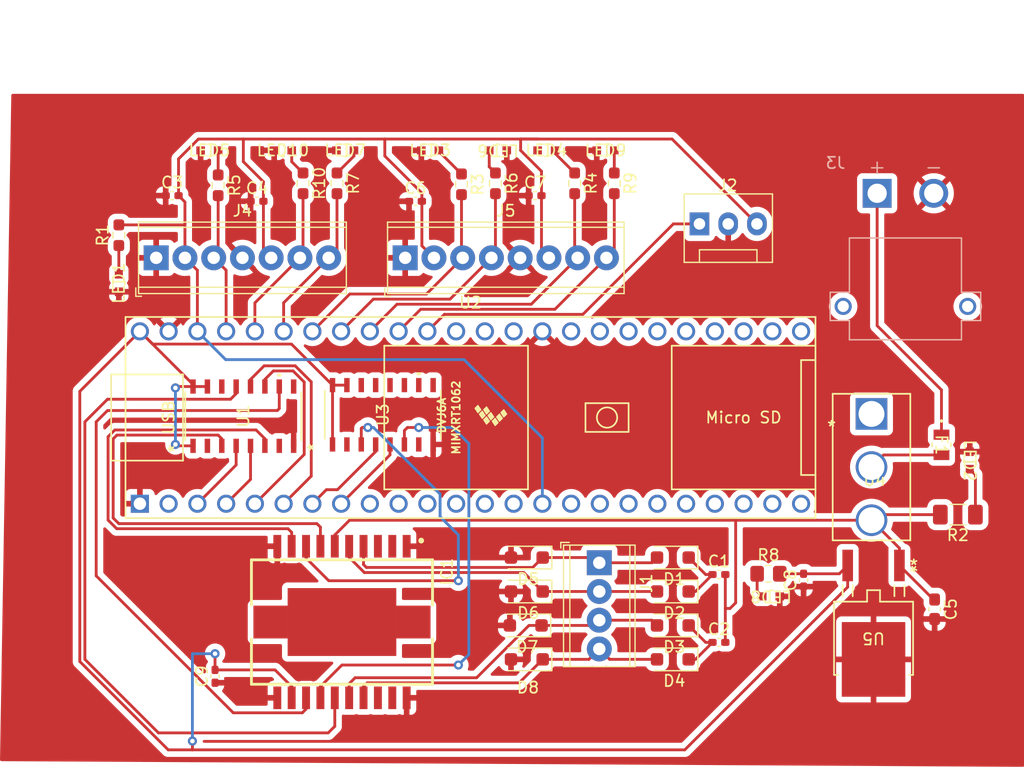
<source format=kicad_pcb>
(kicad_pcb (version 20221018) (generator pcbnew)
  (layers (0 "F.Cu" signal) (31 "B.Cu" signal) (34 "B.Paste" user) (35 "F.Paste" user) (36 "B.SilkS" user "B.Silkscreen") (37 "F.SilkS" user "F.Silkscreen") (38 "B.Mask" user) (39 "F.Mask" user) (44 "Edge.Cuts" user))
  (net 0 "")
  (net 1 "Net-(D1-K)")
  (net 2 "OUT 1")
  (net 3 "OUT 2")
  (net 4 "Net-(D3-K)")
  (net 5 "OUT 3")
  (net 6 "OUT 4")
  (net 7 "GND")
  (net 8 "Signal Start Module")
  (net 9 "+3.3V")
  (net 12 "7.4V Battery")
  (net 13 "Pin 1 (5v to MD)")
  (net 14 "Pin 5 (PWM for Speed 5v)")
  (net 15 "Pin 2 (5v to MD)")
  (net 16 "+5V")
  (net 17 "Pin 3 (5v to MD)")
  (net 18 "Pin 6 (PWM for Speed 5v)")
  (net 19 "Pin 4 (5v to MD)")
  (net 24 "Pin 1 (3.3v sig MD)")
  (net 25 "Pin 2 (3.3v sig MD)")
  (net 28 "Pin 3 (3.3v sig MD)")
  (net 29 "Pin 4 (3.3v sig MD)")
  (net 32 "Pin 5 (PWM for Speed 3.3v)")
  (net 33 "Pin 6 (PWM for Speed 3.3v)")
  (net 61 "Signal IR 1 (3.3v)")
  (net 62 "Signal IR 2 (3.3v)")
  (net 63 "Signal IR 3 (3.3v)")
  (net 64 "Signal IR 4 (3.3v)")
  (net 65 "Signal IR 5 (3.3v)")
  (net 66 "Signal Line Sense 1 (3.3v)")
  (net 67 "Signal Line Sense 2 (3.3v)")
  (net 77 "7.4V Battery(Pre Switch)")
  (net 78 "7.4V Battery(Pre fuse)")
  (net 79 "Net-(LED1-Pad2)")
  (net 80 "Net-(LED2-Pad2)")
  (net 81 "Net-(LED3-Pad2)")
  (net 82 "Net-(LED4-Pad2)")
  (net 83 "Net-(LED5-Pad2)")
  (net 84 "Net-(LED6-Pad2)")
  (net 85 "Net-(LED7-Pad2)")
  (net 86 "Net-(LED8-Pad2)")
  (net 87 "Net-(LED9-Pad2)")
  (net 88 "Net-(LED10-Pad2)")
  (footprint "Resistor_SMD:R_0603_1608Metric_Pad0.98x0.95mm_HandSolder" (layer "F.Cu") (at 176.2747 50.4125 -90)
    (fp_text reference "R9")
    (fp_text value "R")
  )
  (footprint "Wasabi(Footprints):MFU08055.00TR-ND(footprint)" (layer "F.Cu") (at 205.182 73.53325 -90)
    (fp_text reference "F1")
    (fp_text value "MFU0805FF05000P100")
  )
  (footprint "Resistor_SMD:R_0805_2012Metric_Pad1.20x1.40mm_HandSolder" (layer "F.Cu") (at 189.896 84.9331)
    (fp_text reference "R8")
    (fp_text value "R")
  )
  (footprint "Wasabi(Footprints):7pinScrewTerminal(footprint)" (layer "F.Cu") (at 135.8 57)
    (fp_text reference "J4")
    (fp_text value "Screw_Terminal_01x07")
  )
  (footprint "Wasabi(Footprints):LED_LTST-C191KRKT_LTO(footprint)" (layer "F.Cu") (at 207.682 74.9126 -90)
    (fp_text reference "LED2")
    (fp_text value "LTST-C191KRKT")
  )
  (footprint "Resistor_SMD:R_1206_3216Metric_Pad1.30x1.75mm_HandSolder" (layer "F.Cu") (at 206.632 79.7048 180)
    (fp_text reference "R2")
    (fp_text value "R")
  )
  (footprint "Diode_SMD:D_SOD-123F" (layer "F.Cu") (at 181.45 83.5 180)
    (fp_text reference "D1")
    (fp_text value "RF01VM2S")
  )
  (footprint "Diode_SMD:D_SOD-123F" (layer "F.Cu") (at 181.45 89.5 180)
    (fp_text reference "D3")
    (fp_text value "RF01VM2S")
  )
  (footprint "Wasabi(Footprints):LED_LTST-C191KRKT_LTO(footprint)" (layer "F.Cu") (at 152.5 47.5)
    (fp_text reference "LED7")
    (fp_text value "LTST-C191KRKT")
  )
  (footprint "Wasabi(Footprints):LED_LTST-C191KRKT_LTO(footprint)" (layer "F.Cu") (at 140.5 47.5)
    (fp_text reference "LED5")
    (fp_text value "LTST-C191KRKT")
  )
  (footprint "Resistor_SMD:R_0603_1608Metric_Pad0.98x0.95mm_HandSolder" (layer "F.Cu") (at 141.2747 50.5875 -90)
    (fp_text reference "R5")
    (fp_text value "R")
  )
  (footprint "Wasabi(Footprints):LED_LTST-C191KRKT_LTO(footprint)" (layer "F.Cu") (at 166 47.5 180)
    (fp_text reference "LED6")
    (fp_text value "LTST-C191KRKT")
  )
  (footprint "Resistor_SMD:R_0603_1608Metric_Pad0.98x0.95mm_HandSolder" (layer "F.Cu") (at 132.5 55 90)
    (fp_text reference "R1")
    (fp_text value "R")
  )
  (footprint "Capacitor_SMD:C_0402_1005Metric_Pad0.74x0.62mm_HandSolder" (layer "F.Cu") (at 185.5175 85)
    (fp_text reference "C1")
    (fp_text value "C")
  )
  (footprint "Wasabi(Footprints):LED_LTST-C191KRKT_LTO(footprint)" (layer "F.Cu") (at 160 47.5)
    (fp_text reference "LED3")
    (fp_text value "LTST-C191KRKT")
  )
  (footprint "Wasabi(Footprints):LED_LTST-C191KRKT_LTO(footprint)" (layer "F.Cu") (at 132.5 59.2253 90)
    (fp_text reference "LED1")
    (fp_text value "LTST-C191KRKT")
  )
  (footprint "Wasabi(Footprints):4pinScrewTerminal(footprint)" (layer "F.Cu") (at 174.95 83.96 -90)
    (fp_text reference "J1")
    (fp_text value "Screw_Terminal_01x04")
  )
  (footprint "Wasabi(Footprints):L298p(footprint)" (layer "F.Cu") (at 152.215 89.2 -90)
    (fp_text reference "IC1")
    (fp_text value "L298P")
  )
  (footprint "Capacitor_SMD:C_0402_1005Metric_Pad0.74x0.62mm_HandSolder" (layer "F.Cu") (at 169.2747 51.5)
    (fp_text reference "C7")
    (fp_text value "C")
  )
  (footprint "Wasabi(Footprints):Teensy41 (footprint NEW)" (layer "F.Cu") (at 163.57 71.12)
    (fp_text reference "U2")
    (fp_text value "Teensy4.1")
  )
  (footprint "Capacitor_SMD:C_0402_1005Metric_Pad0.74x0.62mm_HandSolder" (layer "F.Cu") (at 158.7072 52)
    (fp_text reference "C6")
    (fp_text value "C")
  )
  (footprint "Capacitor_SMD:C_0402_1005Metric_Pad0.74x0.62mm_HandSolder" (layer "F.Cu") (at 137.2072 51.5)
    (fp_text reference "C3")
    (fp_text value "C")
  )
  (footprint "Wasabi(Footprints):LED_LTST-C191KRKT_LTO(footprint)" (layer "F.Cu") (at 190.1213 86.9331 180)
    (fp_text reference "LED8")
    (fp_text value "LTST-C191KRKT")
  )
  (footprint "Connector:FanPinHeader_1x03_P2.54mm_Vertical" (layer "F.Cu") (at 183.8 54)
    (fp_text reference "J2")
    (fp_text value "Conn_01x03_Pin")
  )
  (footprint "Wasabi(Footprints):L78M05ABDT-TR(footprint)" (layer "F.Cu") (at 199.182 90.6379 180)
    (fp_text reference "U5")
    (fp_text value "L78M05ABDT-TR")
  )
  (footprint "Capacitor_SMD:C_0402_1005Metric_Pad0.74x0.62mm_HandSolder" (layer "F.Cu") (at 141 94 90)
    (fp_text reference "C9")
    (fp_text value "C")
  )
  (footprint "Resistor_SMD:R_0603_1608Metric_Pad0.98x0.95mm_HandSolder" (layer "F.Cu") (at 165.7747 50.4125 -90)
    (fp_text reference "R6")
    (fp_text value "R")
  )
  (footprint "Resistor_SMD:R_0603_1608Metric_Pad0.98x0.95mm_HandSolder" (layer "F.Cu") (at 148.7747 50.4125 -90)
    (fp_text reference "R10")
    (fp_text value "R")
  )
  (footprint "Resistor_SMD:R_0603_1608Metric_Pad0.98x0.95mm_HandSolder" (layer "F.Cu") (at 151.7747 50.4125 -90)
    (fp_text reference "R7")
    (fp_text value "R")
  )
  (footprint "Resistor_SMD:R_0603_1608Metric_Pad0.98x0.95mm_HandSolder" (layer "F.Cu") (at 172.7747 50.4125 -90)
    (fp_text reference "R4")
    (fp_text value "R")
  )
  (footprint "Diode_SMD:D_SOD-123F" (layer "F.Cu") (at 181.45 86.5 180)
    (fp_text reference "D2")
    (fp_text value "RF01VM2S")
  )
  (footprint "Diode_SMD:D_SOD-123F" (layer "F.Cu") (at 168.55 83.5 180)
    (fp_text reference "D5")
    (fp_text value "RF01VM2S")
  )
  (footprint "Capacitor_SMD:C_0603_1608Metric_Pad1.08x0.95mm_HandSolder" (layer "F.Cu") (at 204.578 88.071 -90)
    (fp_text reference "C5")
    (fp_text value "C")
  )
  (footprint "Wasabi(Footprints):HEF4104BT,653(footprint)" (layer "F.Cu") (at 143.5 71 90)
    (fp_text reference "U1")
    (fp_text value "HEF4104BT_653")
  )
  (footprint "Capacitor_SMD:C_0402_1005Metric_Pad0.74x0.62mm_HandSolder" (layer "F.Cu") (at 193 85.5 90)
    (fp_text reference "C8")
    (fp_text value "C")
  )
  (footprint "Capacitor_SMD:C_0402_1005Metric_Pad0.74x0.62mm_HandSolder" (layer "F.Cu") (at 144.7072 52)
    (fp_text reference "C4")
    (fp_text value "C")
  )
  (footprint "Diode_SMD:D_SOD-123F" (layer "F.Cu") (at 168.55 92.5 180)
    (fp_text reference "D8")
    (fp_text value "RF01VM2S")
  )
  (footprint "Diode_SMD:D_SOD-123F" (layer "F.Cu") (at 168.45 89.5 180)
    (fp_text reference "D7")
    (fp_text value "RF01VM2S")
  )
  (footprint "Wasabi(Footprints):8pinScrewTerminal(footprint)" (layer "F.Cu") (at 157.8 57)
    (fp_text reference "J5")
    (fp_text value "Screw_Terminal_01x08")
  )
  (footprint "Wasabi(Footprints):HEF4104BT,653(footprint)" (layer "F.Cu") (at 155.825 70.87745 90)
    (fp_text reference "U3")
    (fp_text value "HEF4104BT_653")
  )
  (footprint "Wasabi(Footprints):LED_LTST-C191KRKT_LTO(footprint)" (layer "F.Cu") (at 147 47.5)
    (fp_text reference "LED10")
    (fp_text value "LTST-C191KRKT")
  )
  (footprint "Wasabi(Footprints):LED_LTST-C191KRKT_LTO(footprint)" (layer "F.Cu") (at 170.2747 47.5)
    (fp_text reference "LED4")
    (fp_text value "LTST-C191KRKT")
  )
  (footprint "Wasabi(Footprints):LED_LTST-C191KRKT_LTO(footprint)" (layer "F.Cu") (at 175.5 47.5)
    (fp_text reference "LED9")
    (fp_text value "LTST-C191KRKT")
  )
  (footprint "Diode_SMD:D_SOD-123F" (layer "F.Cu") (at 168.55 86.5 180)
    (fp_text reference "D6")
    (fp_text value "RF01VM2S")
  )
  (footprint "Diode_SMD:D_SOD-123F" (layer "F.Cu") (at 181.45 92.5 180)
    (fp_text reference "D4")
    (fp_text value "RF01VM2S")
  )
  (footprint "Resistor_SMD:R_0603_1608Metric_Pad0.98x0.95mm_HandSolder" (layer "F.Cu") (at 162.7747 50.5 -90)
    (fp_text reference "R3")
    (fp_text value "R")
  )
  (footprint "Capacitor_SMD:C_0402_1005Metric_Pad0.74x0.62mm_HandSolder" (layer "F.Cu") (at 185.5175 91)
    (fp_text reference "C2")
    (fp_text value "C")
  )
  (footprint "Wasabi(Footprints):Switch1101M2S3CQE2(footprint)" (layer "F.Cu") (at 199 70.801)
    (fp_text reference "U4")
    (fp_text value "1101M2S3CQE2")
  )
  (footprint "Wasabi(Footprints):AMASS_XT30PW-M(footprint)" (layer "B.Cu") (at 202 61.29425)
    (fp_text reference "J3")
    (fp_text value "XT30PW-M")
  )
  (segment (start 182.85 86.5) (end 183.45 86.5) (width 0.25) (layer "F.Cu") (net 1))
  (segment (start 184.35 85) (end 182.85 83.5) (width 0.25) (layer "F.Cu") (net 1))
  (segment (start 184.95 85) (end 184.35 85) (width 0.25) (layer "F.Cu") (net 1))
  (segment (start 183.45 86.5) (end 184.95 85) (width 0.25) (layer "F.Cu") (net 1))
  (segment (start 169.95 83.5) (end 169.075 84.375) (width 0.25) (layer "F.Cu") (net 2))
  (segment (start 174.95 83.96) (end 179.59 83.96) (width 0.25) (layer "F.Cu") (net 2))
  (segment (start 169.95 83.5) (end 174.49 83.5) (width 0.25) (layer "F.Cu") (net 2))
  (segment (start 179.59 83.96) (end 180.05 83.5) (width 0.25) (layer "F.Cu") (net 2))
  (segment (start 154.12 84.12) (end 154.12 82.5) (width 0.25) (layer "F.Cu") (net 2))
  (segment (start 174.49 83.5) (end 174.95 83.96) (width 0.25) (layer "F.Cu") (net 2))
  (segment (start 154.375 84.375) (end 154.12 84.12) (width 0.25) (layer "F.Cu") (net 2))
  (segment (start 169.075 84.375) (end 154.375 84.375) (width 0.25) (layer "F.Cu") (net 2))
  (segment (start 154.188604 84.825) (end 152.85 83.486396) (width 0.25) (layer "F.Cu") (net 3))
  (segment (start 169.95 86.5) (end 168.275 84.825) (width 0.25) (layer "F.Cu") (net 3))
  (segment (start 169.95 86.5) (end 174.95 86.5) (width 0.25) (layer "F.Cu") (net 3))
  (segment (start 168.275 84.825) (end 154.188604 84.825) (width 0.25) (layer "F.Cu") (net 3))
  (segment (start 152.85 83.486396) (end 152.85 82.5) (width 0.25) (layer "F.Cu") (net 3))
  (segment (start 174.95 86.5) (end 180.05 86.5) (width 0.25) (layer "F.Cu") (net 3))
  (segment (start 184.95 91) (end 184.35 91) (width 0.25) (layer "F.Cu") (net 4))
  (segment (start 183.45 92.5) (end 184.95 91) (width 0.25) (layer "F.Cu") (net 4))
  (segment (start 182.85 92.5) (end 183.45 92.5) (width 0.25) (layer "F.Cu") (net 4))
  (segment (start 184.35 91) (end 182.85 89.5) (width 0.25) (layer "F.Cu") (net 4))
  (segment (start 169.85 89.5) (end 174.49 89.5) (width 0.25) (layer "F.Cu") (net 5))
  (segment (start 168.736826 89.5) (end 164.111826 94.125) (width 0.25) (layer "F.Cu") (net 5))
  (segment (start 153.375 94.125) (end 152.85 94.65) (width 0.25) (layer "F.Cu") (net 5))
  (segment (start 174.95 89.04) (end 179.59 89.04) (width 0.25) (layer "F.Cu") (net 5))
  (segment (start 152.85 94.65) (end 152.85 95.9) (width 0.25) (layer "F.Cu") (net 5))
  (segment (start 169.85 89.5) (end 168.736826 89.5) (width 0.25) (layer "F.Cu") (net 5))
  (segment (start 179.59 89.04) (end 180.05 89.5) (width 0.25) (layer "F.Cu") (net 5))
  (segment (start 174.49 89.5) (end 174.95 89.04) (width 0.25) (layer "F.Cu") (net 5))
  (segment (start 164.111826 94.125) (end 153.375 94.125) (width 0.25) (layer "F.Cu") (net 5))
  (segment (start 174.95 91.58) (end 175.87 92.5) (width 0.25) (layer "F.Cu") (net 6))
  (segment (start 169.95 92.5) (end 167.875 94.575) (width 0.25) (layer "F.Cu") (net 6))
  (segment (start 167.875 94.575) (end 154.445 94.575) (width 0.25) (layer "F.Cu") (net 6))
  (segment (start 154.445 94.575) (end 154.12 94.9) (width 0.25) (layer "F.Cu") (net 6))
  (segment (start 154.12 94.9) (end 154.12 95.9) (width 0.25) (layer "F.Cu") (net 6))
  (segment (start 169.95 92.5) (end 174.03 92.5) (width 0.25) (layer "F.Cu") (net 6))
  (segment (start 175.87 92.5) (end 180.05 92.5) (width 0.25) (layer "F.Cu") (net 6))
  (segment (start 174.03 92.5) (end 174.95 91.58) (width 0.25) (layer "F.Cu") (net 6))
  (segment (start 167.15 89.6) (end 167.05 89.5) (width 0.25) (layer "F.Cu") (net 7))
  (segment (start 167.05 86.6) (end 167.15 86.5) (width 0.25) (layer "F.Cu") (net 7))
  (segment (start 183.8 54) (end 181.5 54) (width 0.25) (layer "F.Cu") (net 8))
  (segment (start 181.5 54) (end 173.5 62) (width 0.25) (layer "F.Cu") (net 8))
  (segment (start 161.26 62) (end 159.76 63.5) (width 0.25) (layer "F.Cu") (net 8))
  (segment (start 173.5 62) (end 161.26 62) (width 0.25) (layer "F.Cu") (net 8))
  (segment (start 137.7747 48.25438) (end 139.52908 46.5) (width 0.25) (layer "F.Cu") (net 9))
  (segment (start 137.7747 51.5) (end 137.7747 48.25438) (width 0.25) (layer "F.Cu") (net 9))
  (segment (start 169.8422 51.5) (end 169.8422 56.3422) (width 0.25) (layer "F.Cu") (net 9))
  (segment (start 139.44 58.1) (end 139.44 63.5) (width 0.25) (layer "F.Cu") (net 9))
  (segment (start 138.34 52.0653) (end 137.7747 51.5) (width 0.25) (layer "F.Cu") (net 9))
  (segment (start 169.5 46.5) (end 168 46.5) (width 0.25) (layer "F.Cu") (net 9))
  (segment (start 145.2747 56.3147) (end 145.96 57) (width 0.25) (layer "F.Cu") (net 9))
  (segment (start 145.2747 50.2747) (end 143.5 48.5) (width 0.25) (layer "F.Cu") (net 9))
  (segment (start 168 47.5) (end 169.8422 49.3422) (width 0.25) (layer "F.Cu") (net 9))
  (segment (start 156 48) (end 156 46.5) (width 0.25) (layer "F.Cu") (net 9))
  (segment (start 145.2747 52) (end 145.2747 56.3147) (width 0.25) (layer "F.Cu") (net 9))
  (segment (start 159.2747 51.2747) (end 156 48) (width 0.25) (layer "F.Cu") (net 9))
  (segment (start 138.34 57) (end 138.34 54) (width 0.25) (layer "F.Cu") (net 9))
  (segment (start 160.34 57) (end 159.2747 55.9347) (width 0.25) (layer "F.Cu") (net 9))
  (segment (start 156 46.5) (end 169.5 46.5) (width 0.25) (layer "F.Cu") (net 9))
  (segment (start 138.2525 54.0875) (end 138.34 54) (width 0.25) (layer "F.Cu") (net 9))
  (segment (start 143.5 46.5) (end 156 46.5) (width 0.25) (layer "F.Cu") (net 9))
  (segment (start 143.5 48.5) (end 143.5 46.5) (width 0.25) (layer "F.Cu") (net 9))
  (segment (start 159.2747 52) (end 159.2747 51.2747) (width 0.25) (layer "F.Cu") (net 9))
  (segment (start 181.38 46.5) (end 169.5 46.5) (width 0.25) (layer "F.Cu") (net 9))
  (segment (start 159.2747 55.9347) (end 159.2747 52) (width 0.25) (layer "F.Cu") (net 9))
  (segment (start 139.52908 46.5) (end 143.5 46.5) (width 0.25) (layer "F.Cu") (net 9))
  (segment (start 188.88 54) (end 181.38 46.5) (width 0.25) (layer "F.Cu") (net 9))
  (segment (start 169.8422 56.3422) (end 170.5 57) (width 0.25) (layer "F.Cu") (net 9))
  (segment (start 138.34 57) (end 139.44 58.1) (width 0.25) (layer "F.Cu") (net 9))
  (segment (start 169.8422 49.3422) (end 169.8422 51.5) (width 0.25) (layer "F.Cu") (net 9))
  (segment (start 168 46.5) (end 168 47.5) (width 0.25) (layer "F.Cu") (net 9))
  (segment (start 132.5 54.0875) (end 138.2525 54.0875) (width 0.25) (layer "F.Cu") (net 9))
  (segment (start 145.2747 52) (end 145.2747 50.2747) (width 0.25) (layer "F.Cu") (net 9))
  (segment (start 138.34 54) (end 138.34 52.0653) (width 0.25) (layer "F.Cu") (net 9))
  (segment (start 163 66) (end 141.94 66) (width 0.25) (layer "B.Cu") (net 9))
  (segment (start 169.92 72.92) (end 163 66) (width 0.25) (layer "B.Cu") (net 9))
  (segment (start 141.94 66) (end 139.44 63.5) (width 0.25) (layer "B.Cu") (net 9))
  (segment (start 169.92 78.74) (end 169.92 72.92) (width 0.25) (layer "B.Cu") (net 9))
  (segment (start 187 87.5) (end 187 80.199) (width 0.25) (layer "F.Cu") (net 12))
  (segment (start 199.4942 79.7048) (end 199 80.199) (width 0.25) (layer "F.Cu") (net 12))
  (segment (start 186.085 91) (end 186.085 88) (width 0.25) (layer "F.Cu") (net 12))
  (segment (start 205.082 79.7048) (end 199.4942 79.7048) (width 0.25) (layer "F.Cu") (net 12))
  (segment (start 187 80.199) (end 199 80.199) (width 0.25) (layer "F.Cu") (net 12))
  (segment (start 201.682 83.985) (end 201.468 84.199) (width 0.25) (layer "F.Cu") (net 12))
  (segment (start 186.5 88) (end 187 87.5) (width 0.25) (layer "F.Cu") (net 12))
  (segment (start 152.881 80.199) (end 187 80.199) (width 0.25) (layer "F.Cu") (net 12))
  (segment (start 201.468 84.199) (end 204.4775 87.2085) (width 0.25) (layer "F.Cu") (net 12))
  (segment (start 151.58 82.5) (end 151.58 81.5) (width 0.25) (layer "F.Cu") (net 12))
  (segment (start 186.085 88) (end 186.085 85) (width 0.25) (layer "F.Cu") (net 12))
  (segment (start 186.085 88) (end 186.5 88) (width 0.25) (layer "F.Cu") (net 12))
  (segment (start 204.4775 87.2085) (end 204.578 87.2085) (width 0.25) (layer "F.Cu") (net 12))
  (segment (start 199 80.199) (end 201.468 82.667) (width 0.25) (layer "F.Cu") (net 12))
  (segment (start 151.58 81.5) (end 152.881 80.199) (width 0.25) (layer "F.Cu") (net 12))
  (segment (start 201.468 82.667) (end 201.468 84.199) (width 0.25) (layer "F.Cu") (net 12))
  (segment (start 141.27 72.6689) (end 132.3311 72.6689) (width 0.25) (layer "F.Cu") (net 13))
  (segment (start 150 80.5) (end 150.31 80.81) (width 0.25) (layer "F.Cu") (net 13))
  (segment (start 132.5 80.5) (end 150 80.5) (width 0.25) (layer "F.Cu") (net 13))
  (segment (start 141.595 72.9939) (end 141.27 72.6689) (width 0.25) (layer "F.Cu") (net 13))
  (segment (start 150.31 80.81) (end 150.31 82.5) (width 0.25) (layer "F.Cu") (net 13))
  (segment (start 132 80) (end 132.5 80.5) (width 0.25) (layer "F.Cu") (net 13))
  (segment (start 132.3311 72.6689) (end 132 73) (width 0.25) (layer "F.Cu") (net 13))
  (segment (start 132 73) (end 132 80) (width 0.25) (layer "F.Cu") (net 13))
  (segment (start 141.595 73.62255) (end 141.595 72.9939) (width 0.25) (layer "F.Cu") (net 13))
  (segment (start 151.0495 85.5495) (end 162.5 85.5495) (width 0.25) (layer "F.Cu") (net 14))
  (segment (start 154.5 72) (end 154 72) (width 0.25) (layer "F.Cu") (net 14))
  (segment (start 153.92 72.08) (end 153.92 73.5) (width 0.25) (layer "F.Cu") (net 14))
  (segment (start 154 72) (end 153.92 72.08) (width 0.25) (layer "F.Cu") (net 14))
  (segment (start 149.04 82.5) (end 149.04 83.54) (width 0.25) (layer "F.Cu") (net 14))
  (segment (start 154 73.42) (end 153.92 73.5) (width 0.25) (layer "F.Cu") (net 14))
  (segment (start 149.04 83.54) (end 151.0495 85.5495) (width 0.25) (layer "F.Cu") (net 14))
  (via (at 162.5 85.5495) (size 0.8) (drill 0.4) (layers "F.Cu" "B.Cu") (net 14))
  (via (at 154.5 72) (size 0.8) (drill 0.4) (layers "F.Cu" "B.Cu") (net 14))
  (segment (start 160.885 77.885) (end 155 72) (width 0.25) (layer "B.Cu") (net 14))
  (segment (start 160.885 79.885) (end 160.885 77.885) (width 0.25) (layer "B.Cu") (net 14))
  (segment (start 155 72) (end 154.5 72) (width 0.25) (layer "B.Cu") (net 14))
  (segment (start 162.5 81.5) (end 160.885 79.885) (width 0.25) (layer "B.Cu") (net 14))
  (segment (start 162.5 85.5495) (end 162.5 81.5) (width 0.25) (layer "B.Cu") (net 14))
  (segment (start 147.77 82.5) (end 147.77 81.27) (width 0.25) (layer "F.Cu") (net 15))
  (segment (start 145.405 72.9939) (end 145.405 73.62255) (width 0.25) (layer "F.Cu") (net 15))
  (segment (start 132.144704 72.2189) (end 144.63 72.2189) (width 0.25) (layer "F.Cu") (net 15))
  (segment (start 131.55 72.813604) (end 132.144704 72.2189) (width 0.25) (layer "F.Cu") (net 15))
  (segment (start 131.55 80.186396) (end 131.55 72.813604) (width 0.25) (layer "F.Cu") (net 15))
  (segment (start 147.77 81.27) (end 147.45 80.95) (width 0.25) (layer "F.Cu") (net 15))
  (segment (start 144.63 72.2189) (end 145.405 72.9939) (width 0.25) (layer "F.Cu") (net 15))
  (segment (start 147.45 80.95) (end 132.313604 80.95) (width 0.25) (layer "F.Cu") (net 15))
  (segment (start 132.313604 80.95) (end 131.55 80.186396) (width 0.25) (layer "F.Cu") (net 15))
  (segment (start 146.3025 93.4325) (end 141 93.4325) (width 0.25) (layer "F.Cu") (net 16))
  (segment (start 141 93.4325) (end 141 92) (width 0.25) (layer "F.Cu") (net 16))
  (segment (start 129.05 92.686396) (end 136.863604 100.5) (width 0.25) (layer "F.Cu") (net 16))
  (segment (start 140.325 68.37745) (end 139.055 68.37745) (width 0.25) (layer "F.Cu") (net 16))
  (segment (start 147.77 94.9) (end 146.3025 93.4325) (width 0.25) (layer "F.Cu") (net 16))
  (segment (start 147.7501 64.625) (end 135.485 64.625) (width 0.25) (layer "F.Cu") (net 16))
  (segment (start 182.5 100.5) (end 196.896 86.104) (width 0.25) (layer "F.Cu") (net 16))
  (segment (start 151.38 68.2549) (end 147.7501 64.625) (width 0.25) (layer "F.Cu") (net 16))
  (segment (start 147.77 95.9) (end 147.77 94.9) (width 0.25) (layer "F.Cu") (net 16))
  (segment (start 196.896 86.104) (end 196.896 84.199) (width 0.25) (layer "F.Cu") (net 16))
  (segment (start 135.485 64.625) (end 134.36 63.5) (width 0.25) (layer "F.Cu") (net 16))
  (segment (start 196.1625 84.9325) (end 193 84.9325) (width 0.25) (layer "F.Cu") (net 16))
  (segment (start 139.055 73.62255) (end 137.62255 73.62255) (width 0.25) (layer "F.Cu") (net 16))
  (segment (start 139 100.5) (end 182.5 100.5) (width 0.25) (layer "F.Cu") (net 16))
  (segment (start 139.055 68.195) (end 139.055 68.37745) (width 0.25) (layer "F.Cu") (net 16))
  (segment (start 136.863604 100.5) (end 139 100.5) (width 0.25) (layer "F.Cu") (net 16))
  (segment (start 151.38 68.2549) (end 151.38 73.5) (width 0.25) (layer "F.Cu") (net 16))
  (segment (start 137.62255 73.62255) (end 137.5 73.5) (width 0.25) (layer "F.Cu") (net 16))
  (segment (start 139 99.7245) (end 139 100.5) (width 0.25) (layer "F.Cu") (net 16))
  (segment (start 151.38 68.2549) (end 152.65 68.2549) (width 0.25) (layer "F.Cu") (net 16))
  (segment (start 196.896 84.199) (end 196.1625 84.9325) (width 0.25) (layer "F.Cu") (net 16))
  (segment (start 193 84.9325) (end 190.8966 84.9325) (width 0.25) (layer "F.Cu") (net 16))
  (segment (start 190.8966 84.9325) (end 190.896 84.9331) (width 0.25) (layer "F.Cu") (net 16))
  (segment (start 129.05 68.81) (end 129.05 92.686396) (width 0.25) (layer "F.Cu") (net 16))
  (segment (start 134.36 63.5) (end 139.055 68.195) (width 0.25) (layer "F.Cu") (net 16))
  (segment (start 139.055 68.37745) (end 137.62255 68.37745) (width 0.25) (layer "F.Cu") (net 16))
  (segment (start 137.62255 68.37745) (end 137.5 68.5) (width 0.25) (layer "F.Cu") (net 16))
  (segment (start 134.36 63.5) (end 129.05 68.81) (width 0.25) (layer "F.Cu") (net 16))
  (via (at 137.5 68.5) (size 0.8) (drill 0.4) (layers "F.Cu" "B.Cu") (net 16))
  (via (at 139 99.7245) (size 0.8) (drill 0.4) (layers "F.Cu" "B.Cu") (net 16))
  (via (at 141 92) (size 0.8) (drill 0.4) (layers "F.Cu" "B.Cu") (net 16))
  (via (at 137.5 73.5) (size 0.8) (drill 0.4) (layers "F.Cu" "B.Cu") (net 16))
  (segment (start 141 92) (end 139 92) (width 0.25) (layer "B.Cu") (net 16))
  (segment (start 139 92) (end 139 99.7245) (width 0.25) (layer "B.Cu") (net 16))
  (segment (start 137.5 68.5) (end 137.5 73.5) (width 0.25) (layer "B.Cu") (net 16))
  (segment (start 131.5 70.5) (end 146.5 70.5) (width 0.25) (layer "F.Cu") (net 17))
  (segment (start 149.04 96.9) (end 148.715 97.225) (width 0.25) (layer "F.Cu") (net 17))
  (segment (start 149.04 95.9) (end 149.04 96.9) (width 0.25) (layer "F.Cu") (net 17))
  (segment (start 146.675 70.325) (end 146.675 68.37745) (width 0.25) (layer "F.Cu") (net 17))
  (segment (start 130.5 85.113824) (end 130.5 71.5) (width 0.25) (layer "F.Cu") (net 17))
  (segment (start 142.611176 97.225) (end 130.5 85.113824) (width 0.25) (layer "F.Cu") (net 17))
  (segment (start 130.5 71.5) (end 131.5 70.5) (width 0.25) (layer "F.Cu") (net 17))
  (segment (start 148.715 97.225) (end 142.611176 97.225) (width 0.25) (layer "F.Cu") (net 17))
  (segment (start 146.5 70.5) (end 146.675 70.325) (width 0.25) (layer "F.Cu") (net 17))
  (segment (start 158 72) (end 157.73 72.27) (width 0.25) (layer "F.Cu") (net 18))
  (segment (start 157.73 72.27) (end 157.73 73.5) (width 0.25) (layer "F.Cu") (net 18))
  (segment (start 150.31 94.9) (end 152.21 93) (width 0.25) (layer "F.Cu") (net 18))
  (segment (start 150.31 95.9) (end 150.31 94.9) (width 0.25) (layer "F.Cu") (net 18))
  (segment (start 152.21 93) (end 162.5 93) (width 0.25) (layer "F.Cu") (net 18))
  (segment (start 159 72) (end 158 72) (width 0.25) (layer "F.Cu") (net 18))
  (via (at 159 72) (size 0.8) (drill 0.4) (layers "F.Cu" "B.Cu") (net 18))
  (via (at 162.5 93) (size 0.8) (drill 0.4) (layers "F.Cu" "B.Cu") (net 18))
  (segment (start 163.425 92.075) (end 163.425 73.425) (width 0.25) (layer "B.Cu") (net 18))
  (segment (start 162.5 93) (end 163.425 92.075) (width 0.25) (layer "B.Cu") (net 18))
  (segment (start 162 72) (end 159 72) (width 0.25) (layer "B.Cu") (net 18))
  (segment (start 163.425 73.425) (end 162 72) (width 0.25) (layer "B.Cu") (net 18))
  (segment (start 142.865 69.0061) (end 142.3711 69.5) (width 0.25) (layer "F.Cu") (net 19))
  (segment (start 142.3711 69.5) (end 131.5 69.5) (width 0.25) (layer "F.Cu") (net 19))
  (segment (start 151.58 98.42) (end 151.58 95.9) (width 0.25) (layer "F.Cu") (net 19))
  (segment (start 129.5 92.5) (end 136 99) (width 0.25) (layer "F.Cu") (net 19))
  (segment (start 142.865 68.37745) (end 142.865 69.0061) (width 0.25) (layer "F.Cu") (net 19))
  (segment (start 136 99) (end 151 99) (width 0.25) (layer "F.Cu") (net 19))
  (segment (start 129.5 71.5) (end 129.5 92.5) (width 0.25) (layer "F.Cu") (net 19))
  (segment (start 151 99) (end 151.58 98.42) (width 0.25) (layer "F.Cu") (net 19))
  (segment (start 131.5 69.5) (end 129.5 71.5) (width 0.25) (layer "F.Cu") (net 19))
  (segment (start 142.865 75.315) (end 142.865 73.62255) (width 0.25) (layer "F.Cu") (net 24))
  (segment (start 139.44 78.74) (end 142.865 75.315) (width 0.25) (layer "F.Cu") (net 24))
  (segment (start 144.135 76.585) (end 144.135 73.62255) (width 0.25) (layer "F.Cu") (net 25))
  (segment (start 141.98 78.74) (end 144.135 76.585) (width 0.25) (layer "F.Cu") (net 25))
  (segment (start 145.405 67.7488) (end 146.1538 67) (width 0.25) (layer "F.Cu") (net 28))
  (segment (start 147.89712 67) (end 148.878061 67.980941) (width 0.25) (layer "F.Cu") (net 28))
  (segment (start 148.878061 67.980941) (end 148.878061 74.381939) (width 0.25) (layer "F.Cu") (net 28))
  (segment (start 145.405 68.37745) (end 145.405 67.7488) (width 0.25) (layer "F.Cu") (net 28))
  (segment (start 148.878061 74.381939) (end 144.52 78.74) (width 0.25) (layer "F.Cu") (net 28))
  (segment (start 146.1538 67) (end 147.89712 67) (width 0.25) (layer "F.Cu") (net 28))
  (segment (start 148.083516 66.55) (end 149.5 67.966484) (width 0.25) (layer "F.Cu") (net 29))
  (segment (start 145.3338 66.55) (end 148.083516 66.55) (width 0.25) (layer "F.Cu") (net 29))
  (segment (start 144.135 67.7488) (end 145.3338 66.55) (width 0.25) (layer "F.Cu") (net 29))
  (segment (start 144.135 68.37745) (end 144.135 67.7488) (width 0.25) (layer "F.Cu") (net 29))
  (segment (start 149.5 67.966484) (end 149.5 76.3) (width 0.25) (layer "F.Cu") (net 29))
  (segment (start 149.5 76.3) (end 147.06 78.74) (width 0.25) (layer "F.Cu") (net 29))
  (segment (start 151.81865 77.5) (end 150.84 77.5) (width 0.25) (layer "F.Cu") (net 32))
  (segment (start 150.84 77.5) (end 149.6 78.74) (width 0.25) (layer "F.Cu") (net 32))
  (segment (start 155.19 73.5) (end 155.19 74.12865) (width 0.25) (layer "F.Cu") (net 32))
  (segment (start 155.19 74.12865) (end 151.81865 77.5) (width 0.25) (layer "F.Cu") (net 32))
  (segment (start 156.46 73.5) (end 156.46 74.42) (width 0.25) (layer "F.Cu") (net 33))
  (segment (start 156.46 74.42) (end 152.14 78.74) (width 0.25) (layer "F.Cu") (net 33))
  (segment (start 175.58 57) (end 171.03 61.55) (width 0.25) (layer "F.Cu") (net 61))
  (segment (start 176.2747 56.3053) (end 175.58 57) (width 0.25) (layer "F.Cu") (net 61))
  (segment (start 159.17 61.55) (end 157.22 63.5) (width 0.25) (layer "F.Cu") (net 61))
  (segment (start 171.03 61.55) (end 159.17 61.55) (width 0.25) (layer "F.Cu") (net 61))
  (segment (start 176.2747 51.325) (end 176.2747 56.3053) (width 0.25) (layer "F.Cu") (net 61))
  (segment (start 172.7747 56.7347) (end 173.04 57) (width 0.25) (layer "F.Cu") (net 62))
  (segment (start 173.04 57) (end 168.94 61.1) (width 0.25) (layer "F.Cu") (net 62))
  (segment (start 157.08 61.1) (end 154.68 63.5) (width 0.25) (layer "F.Cu") (net 62))
  (segment (start 168.94 61.1) (end 157.08 61.1) (width 0.25) (layer "F.Cu") (net 62))
  (segment (start 172.7747 51.325) (end 172.7747 56.7347) (width 0.25) (layer "F.Cu") (net 62))
  (segment (start 165.7747 51.325) (end 165.7747 56.6453) (width 0.25) (layer "F.Cu") (net 63))
  (segment (start 161.77 60.65) (end 154.99 60.65) (width 0.25) (layer "F.Cu") (net 63))
  (segment (start 165.7747 56.6453) (end 165.42 57) (width 0.25) (layer "F.Cu") (net 63))
  (segment (start 154.99 60.65) (end 152.14 63.5) (width 0.25) (layer "F.Cu") (net 63))
  (segment (start 165.42 57) (end 161.77 60.65) (width 0.25) (layer "F.Cu") (net 63))
  (segment (start 159.68 60.2) (end 152.9 60.2) (width 0.25) (layer "F.Cu") (net 64))
  (segment (start 162.7747 56.8947) (end 162.88 57) (width 0.25) (layer "F.Cu") (net 64))
  (segment (start 152.9 60.2) (end 149.6 63.5) (width 0.25) (layer "F.Cu") (net 64))
  (segment (start 162.88 57) (end 159.68 60.2) (width 0.25) (layer "F.Cu") (net 64))
  (segment (start 162.7747 51.4125) (end 162.7747 56.8947) (width 0.25) (layer "F.Cu") (net 64))
  (segment (start 147.06 60.98) (end 147.06 63.5) (width 0.25) (layer "F.Cu") (net 65))
  (segment (start 151.7747 51.325) (end 151.7747 56.2653) (width 0.25) (layer "F.Cu") (net 65))
  (segment (start 151.7747 56.2653) (end 151.04 57) (width 0.25) (layer "F.Cu") (net 65))
  (segment (start 151.04 57) (end 147.06 60.98) (width 0.25) (layer "F.Cu") (net 65))
  (segment (start 148.7747 56.7253) (end 148.5 57) (width 0.25) (layer "F.Cu") (net 66))
  (segment (start 144.52 60.98) (end 144.52 63.5) (width 0.25) (layer "F.Cu") (net 66))
  (segment (start 148.7747 51.325) (end 148.7747 56.7253) (width 0.25) (layer "F.Cu") (net 66))
  (segment (start 148.5 57) (end 144.52 60.98) (width 0.25) (layer "F.Cu") (net 66))
  (segment (start 141.98 58.1) (end 141.98 63.5) (width 0.25) (layer "F.Cu") (net 67))
  (segment (start 141.2747 56.6053) (end 140.88 57) (width 0.25) (layer "F.Cu") (net 67))
  (segment (start 141.2747 51.5) (end 141.2747 56.6053) (width 0.25) (layer "F.Cu") (net 67))
  (segment (start 140.88 57) (end 141.98 58.1) (width 0.25) (layer "F.Cu") (net 67))
  (segment (start 200.0714 74.4286) (end 199 75.5) (width 0.25) (layer "F.Cu") (net 77))
  (segment (start 205.182 74.4286) (end 200.0714 74.4286) (width 0.25) (layer "F.Cu") (net 77))
  (segment (start 199.5 63) (end 205.182 68.682) (width 0.25) (layer "F.Cu") (net 78))
  (segment (start 205.182 68.682) (end 205.182 72.6379) (width 0.25) (layer "F.Cu") (net 78))
  (segment (start 199.5 51.29425) (end 199.5 63) (width 0.25) (layer "F.Cu") (net 78))
  (segment (start 132.5 58.4506) (end 132.5 55.9125) (width 0.25) (layer "F.Cu") (net 79))
  (segment (start 208.182 79.7048) (end 208.182 76.1873) (width 0.25) (layer "F.Cu") (net 80))
  (segment (start 208.182 76.1873) (end 207.682 75.6873) (width 0.25) (layer "F.Cu") (net 80))
  (segment (start 160.7747 47.5875) (end 162.7747 49.5875) (width 0.25) (layer "F.Cu") (net 81))
  (segment (start 160.7747 47.5) (end 160.7747 47.5875) (width 0.25) (layer "F.Cu") (net 81))
  (segment (start 171.0494 47.7747) (end 172.7747 49.5) (width 0.25) (layer "F.Cu") (net 82))
  (segment (start 171.0494 47.5) (end 171.0494 47.7747) (width 0.25) (layer "F.Cu") (net 82))
  (segment (start 141.2747 47.5) (end 141.2747 49.675) (width 0.25) (layer "F.Cu") (net 83))
  (segment (start 165.2253 48.9506) (end 165.7747 49.5) (width 0.25) (layer "F.Cu") (net 84))
  (segment (start 165.2253 47.5) (end 165.2253 48.9506) (width 0.25) (layer "F.Cu") (net 84))
  (segment (start 151.7747 49.5) (end 153.2747 48) (width 0.25) (layer "F.Cu") (net 85))
  (segment (start 153.2747 48) (end 153.2747 47.5) (width 0.25) (layer "F.Cu") (net 85))
  (segment (start 188.896 86.4825) (end 189.3466 86.9331) (width 0.25) (layer "F.Cu") (net 86))
  (segment (start 188.896 84.9331) (end 188.896 86.4825) (width 0.25) (layer "F.Cu") (net 86))
  (segment (start 176.2747 47.5) (end 176.2747 49.5) (width 0.25) (layer "F.Cu") (net 87))
  (segment (start 147.7747 47.5) (end 147.7747 48.5) (width 0.25) (layer "F.Cu") (net 88))
  (segment (start 147.7747 48.5) (end 148.7747 49.5) (width 0.25) (layer "F.Cu") (net 88))
  (zone (net 7) (net_name "GND") (layer "F.Cu") (connect_pads (clearance 0.5)) (min_thickness 0.25) (fill yes (thermal_gap 0.5) (thermal_bridge_width 0.5))
    (polygon (pts (xy 123 42.5) (xy 212.5 42.5) (xy 212.5 102) (xy 122 101.5)))
  )
)
</source>
